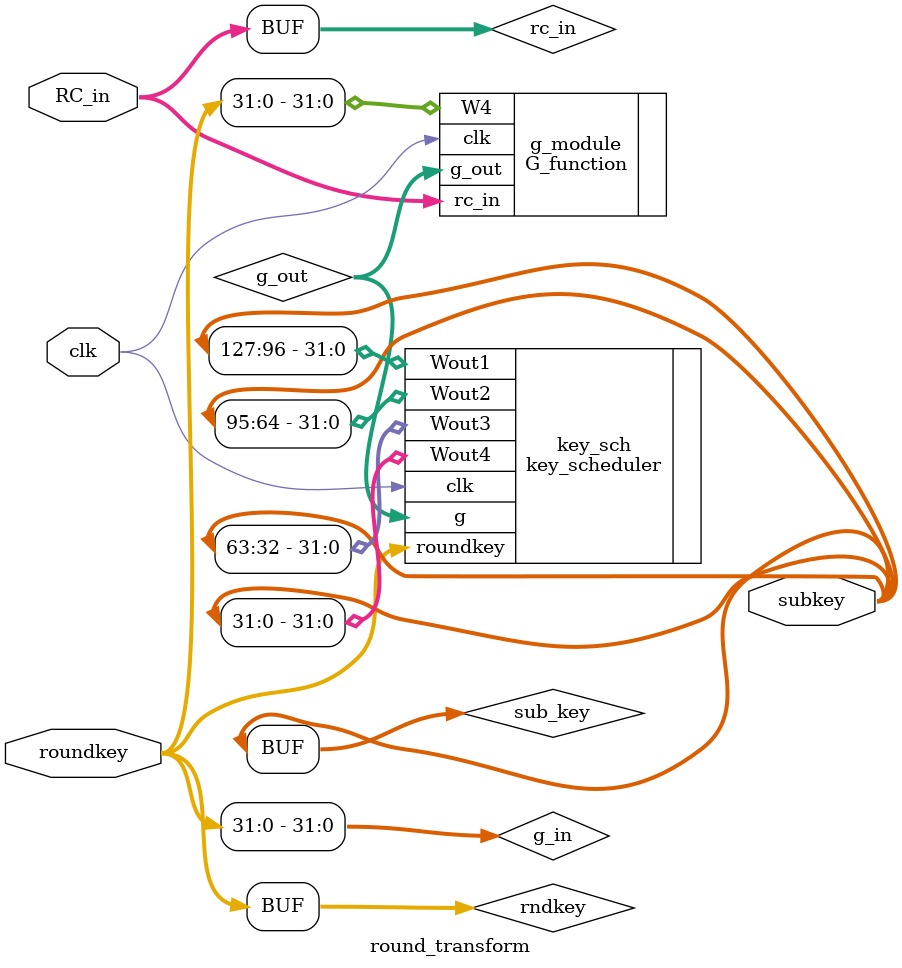
<source format=v>
`timescale 1ns / 1ps
module round_transform(clk,subkey, roundkey, RC_in);

input clk;
input [7:0] RC_in;
input [127:0] roundkey;
output [127:0] subkey;

wire [31:0] g_in, g_out;
wire [7:0] rc_in;
wire [127:0] rndkey, sub_key;

assign rndkey = roundkey;
assign subkey = sub_key;
assign g_in = roundkey[31:0];
assign rc_in = RC_in;

G_function g_module (.clk(clk), .W4(g_in), .rc_in(rc_in), .g_out(g_out));
key_scheduler key_sch (.clk(clk), .roundkey(rndkey), .g(g_out), .Wout1(subkey[127:96]), .Wout2(subkey[95:64]), .Wout3(subkey[63:32]), .Wout4(subkey[31:0]));

endmodule

</source>
